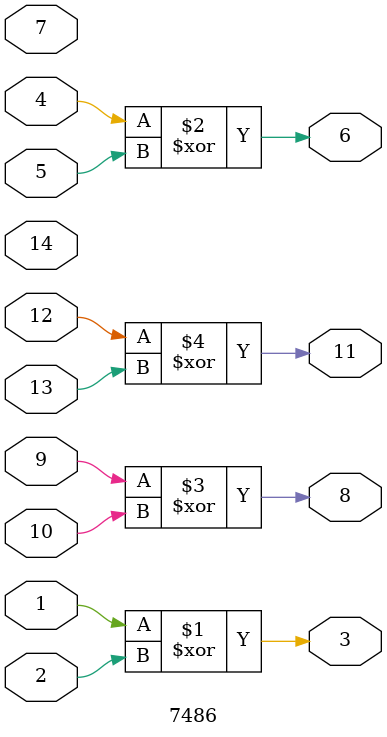
<source format=v>
/* 7486 Quad 2-bit XOR
 * worse case delay of 30ns
 */
`timescale 1 ns / 100 ps
module \7486 (\1 , \2 , \3 , \4 , \5 , \6 , \7 , \8 , \9 , \10 , \11 , \12 , \13 , \14 );
   input \1 , \2 , \4 , \5 , \7 , \9 , \10 , \12 , \13 , \14 ;
   output \3 , \6 , \8 , \11 ;

   assign #30  \3 = \1 ^ \2 ;
   assign #30  \6 = \4 ^ \5 ;
   assign #30  \8 = \9 ^ \10 ;
   assign #30 \11 = \12 ^ \13 ;

endmodule

</source>
